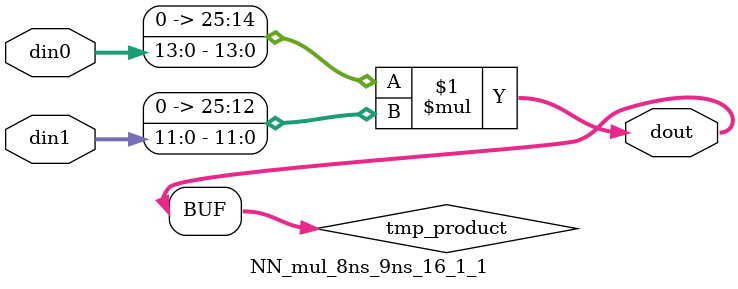
<source format=v>

`timescale 1 ns / 1 ps

 module NN_mul_8ns_9ns_16_1_1(din0, din1, dout);
parameter ID = 1;
parameter NUM_STAGE = 0;
parameter din0_WIDTH = 14;
parameter din1_WIDTH = 12;
parameter dout_WIDTH = 26;

input [din0_WIDTH - 1 : 0] din0; 
input [din1_WIDTH - 1 : 0] din1; 
output [dout_WIDTH - 1 : 0] dout;

wire signed [dout_WIDTH - 1 : 0] tmp_product;
























assign tmp_product = $signed({1'b0, din0}) * $signed({1'b0, din1});











assign dout = tmp_product;





















endmodule

</source>
